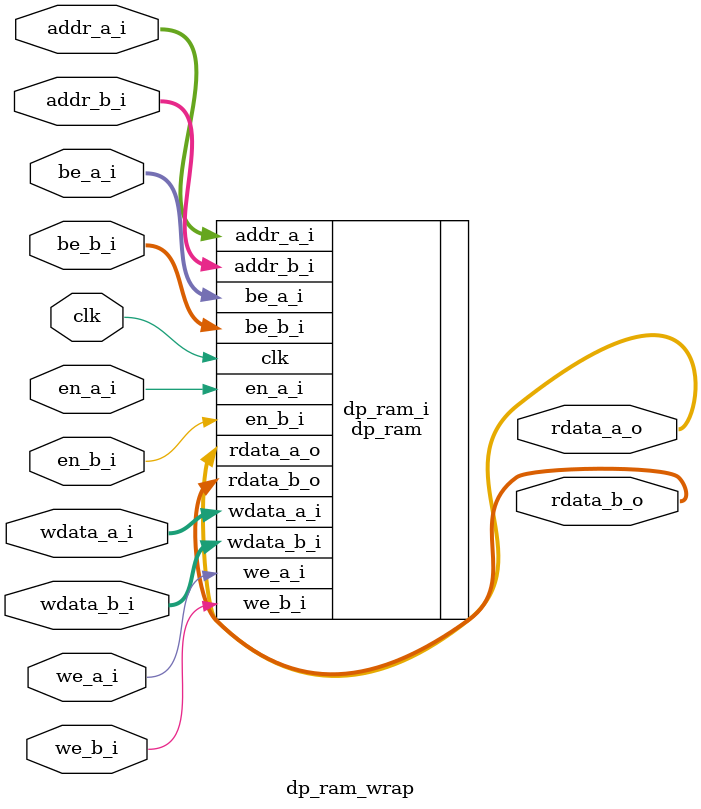
<source format=sv>


`include "config.sv"

module dp_ram_wrap
  #(
    parameter ADDR_WIDTH = 8
  )(
    // Clock and Reset
    input  logic clk,

    input  logic                   en_a_i,
    input  logic [ADDR_WIDTH-1:0]  addr_a_i,
    input  logic [31:0]            wdata_a_i,
    output logic [31:0]            rdata_a_o,
    input  logic                   we_a_i,
    input  logic [3:0]             be_a_i,

    input  logic                   en_b_i,
    input  logic [ADDR_WIDTH-1:0]  addr_b_i,
    input  logic [31:0]            wdata_b_i,
    output logic [31:0]            rdata_b_o,
    input  logic                   we_b_i,
    input  logic [3:0]             be_b_i
  );

`ifdef PULP_FPGA_EMUL
  xilinx_mem_32768x32_dp
  dp_ram_i
  (
    .clka   ( clk                  ),
    .rsta   ( 1'b1                 ),

    .clkb   ( clk                  ),
    .rstb   ( 1'b1                 ),

    .ena    ( en_a_i               ),
    .addra  ( addr_a_i             ),
    .dina   ( wdata_a_i            ),
    .douta  ( rdata_a_o            ),
    .wea    ( be_a_i & {4{we_a_i}} ),

    .enb    ( en_b_i               ),
    .addrb  ( addr_b_i             ),
    .dinb   ( wdata_b_i            ),
    .doutb  ( rdata_b_o            ),
    .web    ( be_b_i & {4{we_b_i}} )
    );
`else

  dp_ram
  #(
    .ADDR_WIDTH ( ADDR_WIDTH )
    )
  dp_ram_i
  (
    .clk       ( clk       ),

    .en_a_i    ( en_a_i    ),
    .addr_a_i  ( addr_a_i  ),
    .wdata_a_i ( wdata_a_i ),
    .rdata_a_o ( rdata_a_o ),
    .we_a_i    ( we_a_i    ),
    .be_a_i    ( be_a_i    ),

    .en_b_i    ( en_b_i    ),
    .addr_b_i  ( addr_b_i  ),
    .wdata_b_i ( wdata_b_i ),
    .rdata_b_o ( rdata_b_o ),
    .we_b_i    ( we_b_i    ),
    .be_b_i    ( be_b_i    )
    );
`endif

endmodule


</source>
